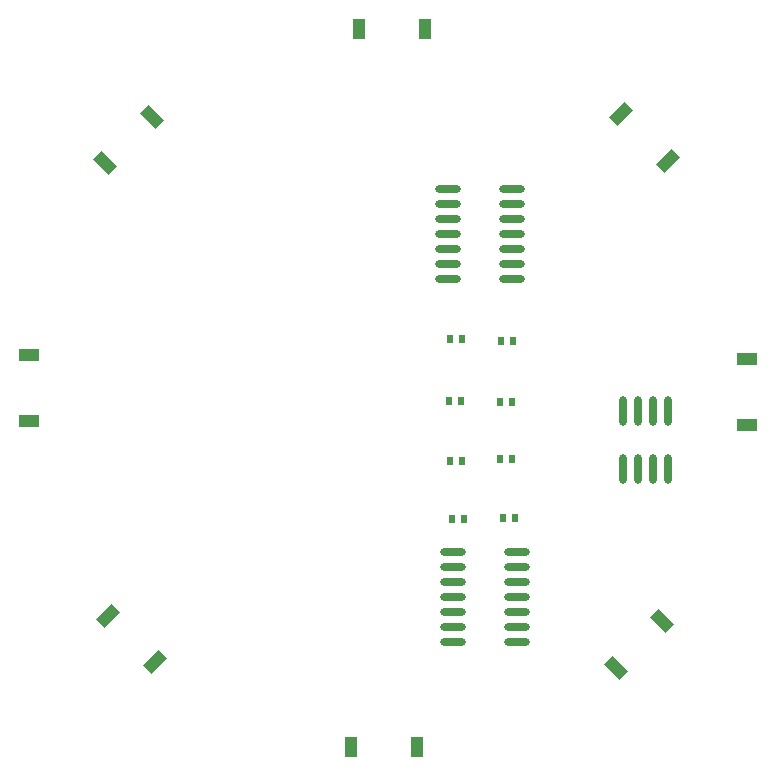
<source format=gtp>
G04*
G04 #@! TF.GenerationSoftware,Altium Limited,CircuitMaker,2.1.0 (2.1.0.4)*
G04*
G04 Layer_Color=7318015*
%FSLAX44Y44*%
%MOMM*%
G71*
G04*
G04 #@! TF.SameCoordinates,92338436-DD38-40F9-96A6-762CB33EEFC5*
G04*
G04*
G04 #@! TF.FilePolarity,Positive*
G04*
G01*
G75*
G04:AMPARAMS|DCode=15|XSize=1.8mm|YSize=1.016mm|CornerRadius=0mm|HoleSize=0mm|Usage=FLASHONLY|Rotation=135.000|XOffset=0mm|YOffset=0mm|HoleType=Round|Shape=Rectangle|*
%AMROTATEDRECTD15*
4,1,4,0.9956,-0.2772,0.2772,-0.9956,-0.9956,0.2772,-0.2772,0.9956,0.9956,-0.2772,0.0*
%
%ADD15ROTATEDRECTD15*%

G04:AMPARAMS|DCode=16|XSize=1.8mm|YSize=1.016mm|CornerRadius=0mm|HoleSize=0mm|Usage=FLASHONLY|Rotation=225.000|XOffset=0mm|YOffset=0mm|HoleType=Round|Shape=Rectangle|*
%AMROTATEDRECTD16*
4,1,4,0.2772,0.9956,0.9956,0.2772,-0.2772,-0.9956,-0.9956,-0.2772,0.2772,0.9956,0.0*
%
%ADD16ROTATEDRECTD16*%

%ADD17R,1.8000X1.0160*%
%ADD18R,1.0160X1.8000*%
%ADD19O,0.7000X2.5000*%
%ADD20O,2.2000X0.6000*%
%ADD21R,0.6096X0.7112*%
D15*
X139841Y569841D02*
D03*
X100327Y530327D02*
D03*
X572309Y142741D02*
D03*
X532795Y103228D02*
D03*
D16*
X142741Y107859D02*
D03*
X103228Y147373D02*
D03*
X537427Y572309D02*
D03*
X576940Y532795D02*
D03*
D17*
X36084Y312144D02*
D03*
Y368024D02*
D03*
X643834Y364749D02*
D03*
Y308869D02*
D03*
D18*
X364749Y36334D02*
D03*
X308869D02*
D03*
X315419Y643834D02*
D03*
X371299D02*
D03*
D19*
X564174Y271704D02*
D03*
X538774D02*
D03*
X551474D02*
D03*
X576874D02*
D03*
X538774Y320704D02*
D03*
X551474D02*
D03*
X564174D02*
D03*
X576874D02*
D03*
D20*
X448934Y124754D02*
D03*
Y137454D02*
D03*
Y150154D02*
D03*
Y162854D02*
D03*
Y175554D02*
D03*
Y188254D02*
D03*
Y200954D02*
D03*
X394934Y124754D02*
D03*
Y137454D02*
D03*
Y150154D02*
D03*
Y162854D02*
D03*
Y175554D02*
D03*
Y188254D02*
D03*
Y200954D02*
D03*
X391124Y508294D02*
D03*
Y495594D02*
D03*
Y482894D02*
D03*
Y470194D02*
D03*
Y457494D02*
D03*
Y444794D02*
D03*
Y432094D02*
D03*
X445124Y508294D02*
D03*
Y495594D02*
D03*
Y482894D02*
D03*
Y470194D02*
D03*
Y457494D02*
D03*
Y444794D02*
D03*
Y432094D02*
D03*
D21*
X393994Y228894D02*
D03*
X404154D02*
D03*
X391454Y329224D02*
D03*
X401614D02*
D03*
X392724Y381294D02*
D03*
X402884D02*
D03*
X392724Y278424D02*
D03*
X402884D02*
D03*
X437174Y230164D02*
D03*
X447334D02*
D03*
X434634Y327954D02*
D03*
X444794D02*
D03*
X435904Y380024D02*
D03*
X446064D02*
D03*
X434634Y279694D02*
D03*
X444794D02*
D03*
M02*

</source>
